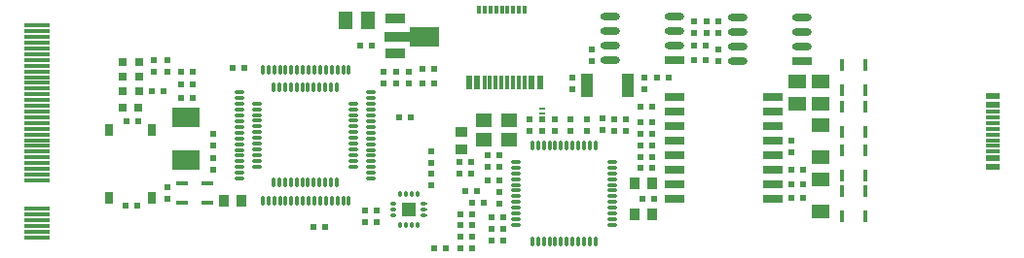
<source format=gtp>
G04*
G04 #@! TF.GenerationSoftware,Altium Limited,Altium Designer,18.1.7 (191)*
G04*
G04 Layer_Color=8421504*
%FSLAX44Y44*%
%MOMM*%
G71*
G01*
G75*
%ADD15R,0.6000X0.6000*%
%ADD16R,0.3000X0.7000*%
%ADD17R,0.6000X0.6000*%
%ADD18R,1.1000X2.0000*%
%ADD19R,1.7000X0.6500*%
%ADD20O,1.7000X0.6500*%
%ADD21R,1.1500X0.6000*%
%ADD22R,1.1500X0.3000*%
%ADD23R,2.6000X1.7000*%
%ADD24R,1.7000X0.9000*%
%ADD25R,2.5000X0.9000*%
%ADD26R,0.4500X1.0000*%
%ADD27R,0.8000X0.8000*%
%ADD28R,1.0000X0.4500*%
%ADD29R,1.5000X1.2000*%
%ADD30R,0.9300X0.9800*%
%ADD31R,0.2800X0.2800*%
%ADD32O,0.2800X0.6600*%
%ADD33O,0.6600X0.2800*%
%ADD34R,1.2500X1.2500*%
%ADD35R,1.3000X1.5000*%
%ADD36R,1.5000X1.3000*%
%ADD37R,2.2500X0.3500*%
%ADD38R,0.6000X1.1500*%
%ADD39R,0.3000X1.1500*%
%ADD40R,0.7000X1.1000*%
G04:AMPARAMS|DCode=41|XSize=0.3mm|YSize=0.8mm|CornerRadius=0.075mm|HoleSize=0mm|Usage=FLASHONLY|Rotation=180.000|XOffset=0mm|YOffset=0mm|HoleType=Round|Shape=RoundedRectangle|*
%AMROUNDEDRECTD41*
21,1,0.3000,0.6500,0,0,180.0*
21,1,0.1500,0.8000,0,0,180.0*
1,1,0.1500,-0.0750,0.3250*
1,1,0.1500,0.0750,0.3250*
1,1,0.1500,0.0750,-0.3250*
1,1,0.1500,-0.0750,-0.3250*
%
%ADD41ROUNDEDRECTD41*%
G04:AMPARAMS|DCode=42|XSize=0.3mm|YSize=0.8mm|CornerRadius=0.075mm|HoleSize=0mm|Usage=FLASHONLY|Rotation=90.000|XOffset=0mm|YOffset=0mm|HoleType=Round|Shape=RoundedRectangle|*
%AMROUNDEDRECTD42*
21,1,0.3000,0.6500,0,0,90.0*
21,1,0.1500,0.8000,0,0,90.0*
1,1,0.1500,0.3250,0.0750*
1,1,0.1500,0.3250,-0.0750*
1,1,0.1500,-0.3250,-0.0750*
1,1,0.1500,-0.3250,0.0750*
%
%ADD42ROUNDEDRECTD42*%
%ADD43R,2.4000X1.7000*%
%ADD44R,0.9800X0.9300*%
%ADD45R,0.6000X0.2000*%
%ADD46R,1.4000X1.2000*%
%ADD47R,1.6700X0.7600*%
D15*
X525920Y293000D02*
D03*
X536080D02*
D03*
X559080Y313000D02*
D03*
X548920D02*
D03*
X575920Y300000D02*
D03*
X586080D02*
D03*
X559080Y293000D02*
D03*
X548920D02*
D03*
X559080Y323000D02*
D03*
X548920D02*
D03*
X559080Y303000D02*
D03*
X548920D02*
D03*
X719920Y442000D02*
D03*
X730080D02*
D03*
X762920Y481000D02*
D03*
X773080D02*
D03*
X762920Y491000D02*
D03*
X773080D02*
D03*
X762080Y457000D02*
D03*
X751920D02*
D03*
X762080Y470000D02*
D03*
X751920D02*
D03*
X526080Y450000D02*
D03*
X515920D02*
D03*
X495920Y407000D02*
D03*
X506080D02*
D03*
X569080Y333000D02*
D03*
X558920D02*
D03*
X258420Y404000D02*
D03*
X268580D02*
D03*
X461920Y470000D02*
D03*
X472080D02*
D03*
X476080Y326000D02*
D03*
X465920D02*
D03*
X350920Y451000D02*
D03*
X361080D02*
D03*
X476080Y316000D02*
D03*
X465920D02*
D03*
X316080Y436000D02*
D03*
X305920D02*
D03*
Y424000D02*
D03*
X316080D02*
D03*
Y447000D02*
D03*
X305920D02*
D03*
X280920Y430000D02*
D03*
X291080D02*
D03*
X257920Y330000D02*
D03*
X268080D02*
D03*
X515920Y437000D02*
D03*
X526080D02*
D03*
X431080Y312000D02*
D03*
X420920D02*
D03*
X586080Y310000D02*
D03*
X575920D02*
D03*
X836920Y362000D02*
D03*
X847080D02*
D03*
X836920Y337000D02*
D03*
X847080D02*
D03*
X836920Y349000D02*
D03*
X847080D02*
D03*
X705920Y393000D02*
D03*
X716080D02*
D03*
X705920Y417000D02*
D03*
X716080D02*
D03*
X705920Y383000D02*
D03*
X716080D02*
D03*
X586080Y320000D02*
D03*
X575920D02*
D03*
X572920Y374000D02*
D03*
X583080D02*
D03*
X572920Y364000D02*
D03*
X583080D02*
D03*
X705920Y373000D02*
D03*
X716080D02*
D03*
X717080Y336000D02*
D03*
X706920D02*
D03*
X716080Y363000D02*
D03*
X705920D02*
D03*
X716080Y403000D02*
D03*
X705920D02*
D03*
X563080Y343000D02*
D03*
X552920D02*
D03*
X583080Y352000D02*
D03*
X572920D02*
D03*
D16*
X575000Y501000D02*
D03*
X605000D02*
D03*
X565000D02*
D03*
X570000D02*
D03*
X580000D02*
D03*
X595000D02*
D03*
X600000D02*
D03*
X585000D02*
D03*
X590000D02*
D03*
D17*
X752000Y491080D02*
D03*
Y480920D02*
D03*
X709000Y442080D02*
D03*
Y431920D02*
D03*
X663000Y467080D02*
D03*
Y456920D02*
D03*
X773000D02*
D03*
Y467080D02*
D03*
X646000Y442080D02*
D03*
Y431920D02*
D03*
X294000Y335920D02*
D03*
Y346080D02*
D03*
X524000Y378080D02*
D03*
Y367920D02*
D03*
X334000Y361920D02*
D03*
Y372080D02*
D03*
X482000Y447080D02*
D03*
Y436920D02*
D03*
X548000Y357920D02*
D03*
Y368080D02*
D03*
X504000Y447080D02*
D03*
Y436920D02*
D03*
X294000Y446920D02*
D03*
Y457080D02*
D03*
X282000Y446920D02*
D03*
Y457080D02*
D03*
X493000Y447080D02*
D03*
Y436920D02*
D03*
X334000Y382920D02*
D03*
Y393080D02*
D03*
X524000Y347920D02*
D03*
Y358080D02*
D03*
X837000Y387080D02*
D03*
Y376920D02*
D03*
X583000Y331920D02*
D03*
Y342080D02*
D03*
X693000Y395920D02*
D03*
Y406080D02*
D03*
X558000Y357920D02*
D03*
Y368080D02*
D03*
X609000Y395920D02*
D03*
Y406080D02*
D03*
X620000Y395920D02*
D03*
Y406080D02*
D03*
X631000D02*
D03*
Y395920D02*
D03*
X645000D02*
D03*
Y406080D02*
D03*
X659000Y395920D02*
D03*
Y406080D02*
D03*
X673000Y396000D02*
D03*
Y406160D02*
D03*
X683000Y395920D02*
D03*
Y406080D02*
D03*
D18*
X695000Y435000D02*
D03*
X659000D02*
D03*
D19*
X846000Y456900D02*
D03*
X735000Y457000D02*
D03*
D20*
X846000Y469600D02*
D03*
Y482300D02*
D03*
Y495000D02*
D03*
X790000Y456900D02*
D03*
Y469600D02*
D03*
Y482300D02*
D03*
Y495000D02*
D03*
X735000Y469700D02*
D03*
Y482400D02*
D03*
Y495100D02*
D03*
X679000Y457000D02*
D03*
Y469700D02*
D03*
Y482400D02*
D03*
Y495100D02*
D03*
D21*
X1012030Y364000D02*
D03*
Y371500D02*
D03*
X1012000Y418500D02*
D03*
X1012030Y426000D02*
D03*
D22*
Y377500D02*
D03*
Y382500D02*
D03*
Y387500D02*
D03*
Y392500D02*
D03*
X1012000Y397500D02*
D03*
X1012030Y402500D02*
D03*
Y407500D02*
D03*
Y412500D02*
D03*
D23*
X518000Y478000D02*
D03*
D24*
X492000Y463000D02*
D03*
Y494000D02*
D03*
D25*
X496000Y478000D02*
D03*
D26*
X881000Y379000D02*
D03*
Y357000D02*
D03*
X901000Y379000D02*
D03*
Y357000D02*
D03*
Y343000D02*
D03*
Y321000D02*
D03*
X881000Y343000D02*
D03*
Y321000D02*
D03*
X901000Y431000D02*
D03*
Y453000D02*
D03*
X881000Y431000D02*
D03*
Y453000D02*
D03*
X901000Y395000D02*
D03*
Y417000D02*
D03*
X881000Y395000D02*
D03*
Y417000D02*
D03*
D27*
X269000Y416000D02*
D03*
X255000D02*
D03*
X269300Y430000D02*
D03*
X255300D02*
D03*
X269300Y443000D02*
D03*
X255300D02*
D03*
X269300Y456000D02*
D03*
X255300D02*
D03*
D28*
X306500Y349500D02*
D03*
X328500D02*
D03*
X306500Y333000D02*
D03*
X328500D02*
D03*
D29*
X862000Y400954D02*
D03*
Y373046D02*
D03*
Y325046D02*
D03*
Y352954D02*
D03*
D30*
X700300Y350000D02*
D03*
X715700D02*
D03*
X700300Y323000D02*
D03*
X715700D02*
D03*
X343300Y335000D02*
D03*
X358700D02*
D03*
D31*
X496500Y342150D02*
D03*
X501500D02*
D03*
X506500D02*
D03*
X511500D02*
D03*
X519150Y332214D02*
D03*
Y327214D02*
D03*
Y322214D02*
D03*
X511500Y311850D02*
D03*
X506500D02*
D03*
X501500D02*
D03*
X496500D02*
D03*
X488850Y321960D02*
D03*
Y326960D02*
D03*
Y331960D02*
D03*
D32*
X496500Y340250D02*
D03*
X501500D02*
D03*
X506500D02*
D03*
X511500D02*
D03*
Y313750D02*
D03*
X506500D02*
D03*
X501500D02*
D03*
X496500D02*
D03*
D33*
X517250Y332214D02*
D03*
Y327214D02*
D03*
Y322214D02*
D03*
X490750Y321960D02*
D03*
Y326960D02*
D03*
Y331960D02*
D03*
D34*
X504000Y327000D02*
D03*
D35*
X449500Y492000D02*
D03*
X468500D02*
D03*
D36*
X842000Y438500D02*
D03*
Y419500D02*
D03*
X862000Y438500D02*
D03*
Y419500D02*
D03*
D37*
X181000Y457500D02*
D03*
Y452500D02*
D03*
Y447500D02*
D03*
Y442500D02*
D03*
Y302500D02*
D03*
Y307500D02*
D03*
Y312500D02*
D03*
Y317500D02*
D03*
Y322500D02*
D03*
Y327500D02*
D03*
Y352500D02*
D03*
Y357500D02*
D03*
Y362500D02*
D03*
Y367500D02*
D03*
Y372500D02*
D03*
Y377500D02*
D03*
Y382500D02*
D03*
Y387500D02*
D03*
Y392500D02*
D03*
Y397500D02*
D03*
Y402500D02*
D03*
Y407500D02*
D03*
Y412500D02*
D03*
Y417500D02*
D03*
Y422500D02*
D03*
Y427500D02*
D03*
Y432500D02*
D03*
Y437500D02*
D03*
Y462500D02*
D03*
Y487500D02*
D03*
Y482500D02*
D03*
Y477500D02*
D03*
Y472500D02*
D03*
Y467500D02*
D03*
D38*
X618300Y437600D02*
D03*
X610800D02*
D03*
X563800Y437570D02*
D03*
X556300Y437600D02*
D03*
D39*
X604800D02*
D03*
X599800D02*
D03*
X594800D02*
D03*
X589800D02*
D03*
X584800Y437570D02*
D03*
X579800Y437600D02*
D03*
X574800D02*
D03*
X569800D02*
D03*
D40*
X280500Y337500D02*
D03*
Y396500D02*
D03*
X243500D02*
D03*
Y337500D02*
D03*
D41*
X452000Y448500D02*
D03*
X447000D02*
D03*
X442000D02*
D03*
X437000D02*
D03*
X432000D02*
D03*
X427000D02*
D03*
X422000D02*
D03*
X417000D02*
D03*
X412000D02*
D03*
X407000D02*
D03*
X402000D02*
D03*
X397000D02*
D03*
X392000D02*
D03*
X387000D02*
D03*
X382000D02*
D03*
X377000D02*
D03*
X452000Y334500D02*
D03*
X447000D02*
D03*
X442000D02*
D03*
X437000D02*
D03*
X432000D02*
D03*
X427000D02*
D03*
X422000D02*
D03*
X417000D02*
D03*
X412000D02*
D03*
X407000D02*
D03*
X402000D02*
D03*
X397000D02*
D03*
X392000D02*
D03*
X387000D02*
D03*
X382000D02*
D03*
X377000D02*
D03*
X386500Y350250D02*
D03*
X391500D02*
D03*
X396500D02*
D03*
X401500D02*
D03*
X406500D02*
D03*
X411500D02*
D03*
X416500D02*
D03*
X421500D02*
D03*
X426500D02*
D03*
X431500D02*
D03*
X436500D02*
D03*
X441500D02*
D03*
X386500Y433750D02*
D03*
X391500D02*
D03*
X396500D02*
D03*
X401500D02*
D03*
X406500D02*
D03*
X411500D02*
D03*
X416500D02*
D03*
X421500D02*
D03*
X426500D02*
D03*
X431500D02*
D03*
X436500D02*
D03*
X441500D02*
D03*
X666500Y382750D02*
D03*
X661500D02*
D03*
X656500D02*
D03*
X651500D02*
D03*
X646500D02*
D03*
X641500D02*
D03*
X636500D02*
D03*
X631500D02*
D03*
X626500D02*
D03*
X621500D02*
D03*
X616500D02*
D03*
X611500D02*
D03*
X666500Y299250D02*
D03*
X661500D02*
D03*
X656500D02*
D03*
X651500D02*
D03*
X646500D02*
D03*
X641500D02*
D03*
X636500D02*
D03*
X631500D02*
D03*
X626500D02*
D03*
X621500D02*
D03*
X616500D02*
D03*
X611500D02*
D03*
D42*
X471500Y354000D02*
D03*
Y359000D02*
D03*
Y364000D02*
D03*
Y369000D02*
D03*
Y374000D02*
D03*
Y379000D02*
D03*
Y384000D02*
D03*
Y389000D02*
D03*
Y394000D02*
D03*
Y399000D02*
D03*
Y404000D02*
D03*
Y409000D02*
D03*
Y414000D02*
D03*
Y419000D02*
D03*
Y424000D02*
D03*
Y429000D02*
D03*
X357080Y354000D02*
D03*
Y359000D02*
D03*
Y364000D02*
D03*
Y369000D02*
D03*
Y374000D02*
D03*
Y379000D02*
D03*
Y384000D02*
D03*
Y389000D02*
D03*
Y394000D02*
D03*
Y399000D02*
D03*
Y404000D02*
D03*
Y409000D02*
D03*
Y414000D02*
D03*
Y419000D02*
D03*
Y424000D02*
D03*
Y429000D02*
D03*
X372250Y419500D02*
D03*
X372250Y414500D02*
D03*
X372250Y409500D02*
D03*
X372250Y404500D02*
D03*
Y399500D02*
D03*
Y394500D02*
D03*
Y389500D02*
D03*
Y384500D02*
D03*
X372250Y379500D02*
D03*
X372250Y374500D02*
D03*
Y369500D02*
D03*
Y364500D02*
D03*
X455750Y419500D02*
D03*
Y414500D02*
D03*
Y409500D02*
D03*
Y404500D02*
D03*
Y399500D02*
D03*
Y394500D02*
D03*
Y389500D02*
D03*
Y384500D02*
D03*
Y379500D02*
D03*
Y374500D02*
D03*
Y369500D02*
D03*
Y364500D02*
D03*
X680750Y313500D02*
D03*
X680750Y318500D02*
D03*
X680750Y323500D02*
D03*
X680750Y328500D02*
D03*
Y333500D02*
D03*
Y338500D02*
D03*
Y343500D02*
D03*
Y348500D02*
D03*
X680750Y353500D02*
D03*
X680750Y358500D02*
D03*
Y363500D02*
D03*
Y368500D02*
D03*
X597250Y313500D02*
D03*
Y318500D02*
D03*
Y323500D02*
D03*
Y328500D02*
D03*
Y333500D02*
D03*
Y338500D02*
D03*
Y343500D02*
D03*
Y348500D02*
D03*
Y353500D02*
D03*
Y358500D02*
D03*
Y363500D02*
D03*
Y368500D02*
D03*
D43*
X310600Y407500D02*
D03*
Y370500D02*
D03*
D44*
X550000Y394700D02*
D03*
Y379300D02*
D03*
D45*
X620000Y411000D02*
D03*
Y415000D02*
D03*
D46*
X591000Y388000D02*
D03*
Y405000D02*
D03*
X569000D02*
D03*
Y388000D02*
D03*
D47*
X735350Y425450D02*
D03*
Y412750D02*
D03*
Y400050D02*
D03*
Y387350D02*
D03*
Y374650D02*
D03*
Y361950D02*
D03*
Y349250D02*
D03*
Y336550D02*
D03*
X820650D02*
D03*
Y349250D02*
D03*
Y361950D02*
D03*
Y374650D02*
D03*
Y387350D02*
D03*
Y400050D02*
D03*
Y412750D02*
D03*
Y425450D02*
D03*
M02*

</source>
